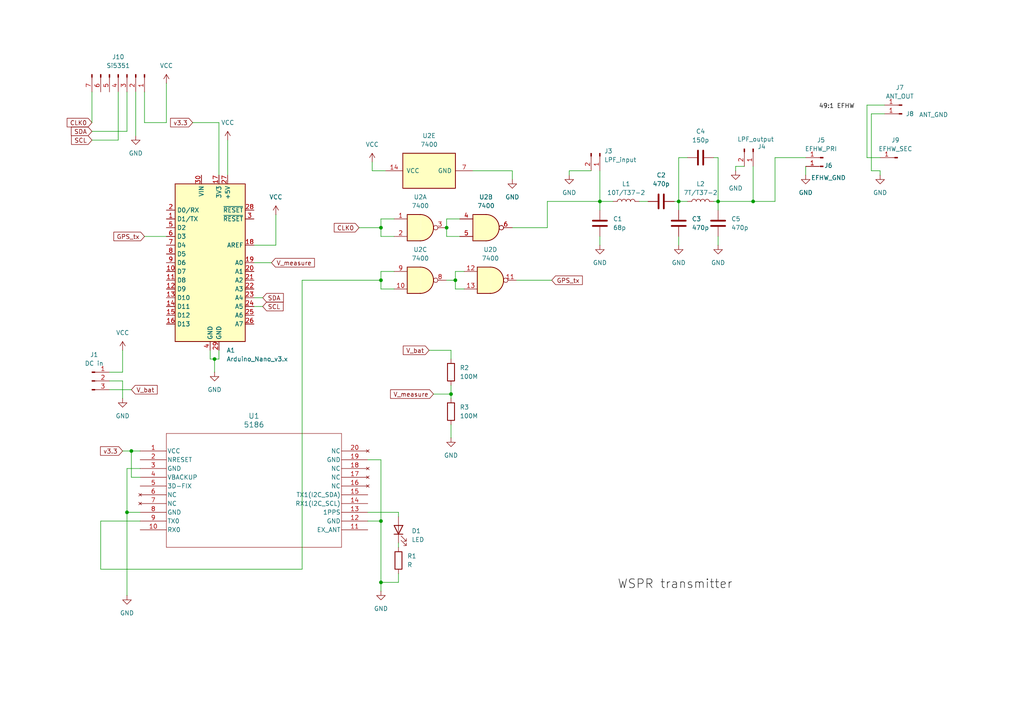
<source format=kicad_sch>
(kicad_sch (version 20231120) (generator "eeschema") (generator_version "8.0")
  (paper "A4")
  (title_block (title "WVU ARC HAB WSPR "))
  (lib_symbols
    (symbol "74xx:7400" (pin_names (offset 1.016))
      (property "Reference" "U" (at 0 1.27 0))
      (property "Value" "7400" (at 0 -1.27 0))
      (symbol "7400_1_1"
        (arc (start 0 -3.81) (mid 3.7934 0) (end 0 3.81) (stroke (width 0.254)) (fill (type background)))
        (polyline (pts (xy 0 3.81) (xy -3.81 3.81) (xy -3.81 -3.81) (xy 0 -3.81)) (stroke (width 0.254)) (fill (type background)))
        (pin input line (at -7.62 2.54 0) (length 3.81) (name "~") (number "1"))
        (pin input line (at -7.62 -2.54 0) (length 3.81) (name "~") (number "2"))
        (pin output inverted (at 7.62 0 180) (length 3.81) (name "~") (number "3"))
      )
      (symbol "7400_1_2"
        (arc (start -3.81 -3.81) (mid -2.589 0) (end -3.81 3.81) (stroke (width 0.254)))
        (arc (start -0.6096 -3.81) (mid 2.1842 -2.5851) (end 3.81 0) (stroke (width 0.254)) (fill (type background)))
        (polyline (pts (xy -3.81 -3.81) (xy -0.635 -3.81)) (stroke (width 0.254)) (fill (type background)))
        (polyline (pts (xy -3.81 3.81) (xy -0.635 3.81)) (stroke (width 0.254)) (fill (type background)))
        (polyline (pts (xy -0.635 3.81) (xy -3.81 3.81) (xy -3.81 3.81) (xy -3.556 3.4036) (xy -3.0226 2.2606) (xy -2.6924 1.0414) (xy -2.6162 -0.254) (xy -2.7686 -1.4986) (xy -3.175 -2.7178) (xy -3.81 -3.81) (xy -3.81 -3.81) (xy -0.635 -3.81)) (stroke (width -25.4)) (fill (type background)))
        (arc (start 3.81 0) (mid 2.1915 2.5936) (end -0.6096 3.81) (stroke (width 0.254)) (fill (type background)))
        (pin input inverted (at -7.62 2.54 0) (length 4.318) (name "~") (number "1"))
        (pin input inverted (at -7.62 -2.54 0) (length 4.318) (name "~") (number "2"))
        (pin output line (at 7.62 0 180) (length 3.81) (name "~") (number "3"))
      )
      (symbol "7400_2_1"
        (arc (start 0 -3.81) (mid 3.7934 0) (end 0 3.81) (stroke (width 0.254)) (fill (type background)))
        (polyline (pts (xy 0 3.81) (xy -3.81 3.81) (xy -3.81 -3.81) (xy 0 -3.81)) (stroke (width 0.254)) (fill (type background)))
        (pin input line (at -7.62 2.54 0) (length 3.81) (name "~") (number "4"))
        (pin input line (at -7.62 -2.54 0) (length 3.81) (name "~") (number "5"))
        (pin output inverted (at 7.62 0 180) (length 3.81) (name "~") (number "6"))
      )
      (symbol "7400_2_2"
        (arc (start -3.81 -3.81) (mid -2.589 0) (end -3.81 3.81) (stroke (width 0.254)))
        (arc (start -0.6096 -3.81) (mid 2.1842 -2.5851) (end 3.81 0) (stroke (width 0.254)) (fill (type background)))
        (polyline (pts (xy -3.81 -3.81) (xy -0.635 -3.81)) (stroke (width 0.254)) (fill (type background)))
        (polyline (pts (xy -3.81 3.81) (xy -0.635 3.81)) (stroke (width 0.254)) (fill (type background)))
        (polyline (pts (xy -0.635 3.81) (xy -3.81 3.81) (xy -3.81 3.81) (xy -3.556 3.4036) (xy -3.0226 2.2606) (xy -2.6924 1.0414) (xy -2.6162 -0.254) (xy -2.7686 -1.4986) (xy -3.175 -2.7178) (xy -3.81 -3.81) (xy -3.81 -3.81) (xy -0.635 -3.81)) (stroke (width -25.4)) (fill (type background)))
        (arc (start 3.81 0) (mid 2.1915 2.5936) (end -0.6096 3.81) (stroke (width 0.254)) (fill (type background)))
        (pin input inverted (at -7.62 2.54 0) (length 4.318) (name "~") (number "4"))
        (pin input inverted (at -7.62 -2.54 0) (length 4.318) (name "~") (number "5"))
        (pin output line (at 7.62 0 180) (length 3.81) (name "~") (number "6"))
      )
      (symbol "7400_3_1"
        (arc (start 0 -3.81) (mid 3.7934 0) (end 0 3.81) (stroke (width 0.254)) (fill (type background)))
        (polyline (pts (xy 0 3.81) (xy -3.81 3.81) (xy -3.81 -3.81) (xy 0 -3.81)) (stroke (width 0.254)) (fill (type background)))
        (pin input line (at -7.62 -2.54 0) (length 3.81) (name "~") (number "10"))
        (pin output inverted (at 7.62 0 180) (length 3.81) (name "~") (number "8"))
        (pin input line (at -7.62 2.54 0) (length 3.81) (name "~") (number "9"))
      )
      (symbol "7400_3_2"
        (arc (start -3.81 -3.81) (mid -2.589 0) (end -3.81 3.81) (stroke (width 0.254)))
        (arc (start -0.6096 -3.81) (mid 2.1842 -2.5851) (end 3.81 0) (stroke (width 0.254)) (fill (type background)))
        (polyline (pts (xy -3.81 -3.81) (xy -0.635 -3.81)) (stroke (width 0.254)) (fill (type background)))
        (polyline (pts (xy -3.81 3.81) (xy -0.635 3.81)) (stroke (width 0.254)) (fill (type background)))
        (polyline (pts (xy -0.635 3.81) (xy -3.81 3.81) (xy -3.81 3.81) (xy -3.556 3.4036) (xy -3.0226 2.2606) (xy -2.6924 1.0414) (xy -2.6162 -0.254) (xy -2.7686 -1.4986) (xy -3.175 -2.7178) (xy -3.81 -3.81) (xy -3.81 -3.81) (xy -0.635 -3.81)) (stroke (width -25.4)) (fill (type background)))
        (arc (start 3.81 0) (mid 2.1915 2.5936) (end -0.6096 3.81) (stroke (width 0.254)) (fill (type background)))
        (pin input inverted (at -7.62 -2.54 0) (length 4.318) (name "~") (number "10"))
        (pin output line (at 7.62 0 180) (length 3.81) (name "~") (number "8"))
        (pin input inverted (at -7.62 2.54 0) (length 4.318) (name "~") (number "9"))
      )
      (symbol "7400_4_1"
        (arc (start 0 -3.81) (mid 3.7934 0) (end 0 3.81) (stroke (width 0.254)) (fill (type background)))
        (polyline (pts (xy 0 3.81) (xy -3.81 3.81) (xy -3.81 -3.81) (xy 0 -3.81)) (stroke (width 0.254)) (fill (type background)))
        (pin output inverted (at 7.62 0 180) (length 3.81) (name "~") (number "11"))
        (pin input line (at -7.62 2.54 0) (length 3.81) (name "~") (number "12"))
        (pin input line (at -7.62 -2.54 0) (length 3.81) (name "~") (number "13"))
      )
      (symbol "7400_4_2"
        (arc (start -3.81 -3.81) (mid -2.589 0) (end -3.81 3.81) (stroke (width 0.254)))
        (arc (start -0.6096 -3.81) (mid 2.1842 -2.5851) (end 3.81 0) (stroke (width 0.254)) (fill (type background)))
        (polyline (pts (xy -3.81 -3.81) (xy -0.635 -3.81)) (stroke (width 0.254)) (fill (type background)))
        (polyline (pts (xy -3.81 3.81) (xy -0.635 3.81)) (stroke (width 0.254)) (fill (type background)))
        (polyline (pts (xy -0.635 3.81) (xy -3.81 3.81) (xy -3.81 3.81) (xy -3.556 3.4036) (xy -3.0226 2.2606) (xy -2.6924 1.0414) (xy -2.6162 -0.254) (xy -2.7686 -1.4986) (xy -3.175 -2.7178) (xy -3.81 -3.81) (xy -3.81 -3.81) (xy -0.635 -3.81)) (stroke (width -25.4)) (fill (type background)))
        (arc (start 3.81 0) (mid 2.1915 2.5936) (end -0.6096 3.81) (stroke (width 0.254)) (fill (type background)))
        (pin output line (at 7.62 0 180) (length 3.81) (name "~") (number "11"))
        (pin input inverted (at -7.62 2.54 0) (length 4.318) (name "~") (number "12"))
        (pin input inverted (at -7.62 -2.54 0) (length 4.318) (name "~") (number "13"))
      )
      (symbol "7400_5_0"
        (pin power_in line (at 0 12.7 270) (length 5.08) (name "VCC") (number "14"))
        (pin power_in line (at 0 -12.7 90) (length 5.08) (name "GND") (number "7"))
      )
      (symbol "7400_5_1"
        (rectangle (start -5.08 7.62) (end 5.08 -7.62) (stroke (width 0.254)) (fill (type background)))
      )
    )
    (symbol "Connector:Conn_01x01_Pin" (pin_names (offset 1.016) hide)
      (property "Reference" "J" (at 0 2.54 0))
      (property "Value" "Conn_01x01_Pin" (at 0 -2.54 0))
      (symbol "Conn_01x01_Pin_1_1"
        (polyline (pts (xy 1.27 0) (xy 0.8636 0)) (stroke (width 0.1524)))
        (rectangle (start 0.8636 0.127) (end 0 -0.127) (stroke (width 0.1524)) (fill (type outline)))
        (pin passive line (at 5.08 0 180) (length 3.81) (name "Pin_1") (number "1"))
      )
    )
    (symbol "Connector:Conn_01x02_Pin" (pin_names (offset 1.016) hide)
      (property "Reference" "J" (at 0 2.54 0))
      (property "Value" "Conn_01x02_Pin" (at 0 -5.08 0))
      (symbol "Conn_01x02_Pin_1_1"
        (polyline (pts (xy 1.27 -2.54) (xy 0.8636 -2.54)) (stroke (width 0.1524)))
        (polyline (pts (xy 1.27 0) (xy 0.8636 0)) (stroke (width 0.1524)))
        (rectangle (start 0.8636 -2.413) (end 0 -2.667) (stroke (width 0.1524)) (fill (type outline)))
        (rectangle (start 0.8636 0.127) (end 0 -0.127) (stroke (width 0.1524)) (fill (type outline)))
        (pin passive line (at 5.08 0 180) (length 3.81) (name "Pin_1") (number "1"))
        (pin passive line (at 5.08 -2.54 180) (length 3.81) (name "Pin_2") (number "2"))
      )
    )
    (symbol "Connector:Conn_01x03_Pin" (pin_names (offset 1.016) hide)
      (property "Reference" "J" (at 0 5.08 0))
      (property "Value" "Conn_01x03_Pin" (at 0 -5.08 0))
      (symbol "Conn_01x03_Pin_1_1"
        (polyline (pts (xy 1.27 -2.54) (xy 0.8636 -2.54)) (stroke (width 0.1524)))
        (polyline (pts (xy 1.27 0) (xy 0.8636 0)) (stroke (width 0.1524)))
        (polyline (pts (xy 1.27 2.54) (xy 0.8636 2.54)) (stroke (width 0.1524)))
        (rectangle (start 0.8636 -2.413) (end 0 -2.667) (stroke (width 0.1524)) (fill (type outline)))
        (rectangle (start 0.8636 0.127) (end 0 -0.127) (stroke (width 0.1524)) (fill (type outline)))
        (rectangle (start 0.8636 2.667) (end 0 2.413) (stroke (width 0.1524)) (fill (type outline)))
        (pin passive line (at 5.08 2.54 180) (length 3.81) (name "Pin_1") (number "1"))
        (pin passive line (at 5.08 0 180) (length 3.81) (name "Pin_2") (number "2"))
        (pin passive line (at 5.08 -2.54 180) (length 3.81) (name "Pin_3") (number "3"))
      )
    )
    (symbol "Connector:Conn_01x07_Pin" (pin_names (offset 1.016) hide)
      (property "Reference" "J" (at 0 10.16 0))
      (property "Value" "Conn_01x07_Pin" (at 0 -10.16 0))
      (symbol "Conn_01x07_Pin_1_1"
        (polyline (pts (xy 1.27 -7.62) (xy 0.8636 -7.62)) (stroke (width 0.1524)))
        (polyline (pts (xy 1.27 -5.08) (xy 0.8636 -5.08)) (stroke (width 0.1524)))
        (polyline (pts (xy 1.27 -2.54) (xy 0.8636 -2.54)) (stroke (width 0.1524)))
        (polyline (pts (xy 1.27 0) (xy 0.8636 0)) (stroke (width 0.1524)))
        (polyline (pts (xy 1.27 2.54) (xy 0.8636 2.54)) (stroke (width 0.1524)))
        (polyline (pts (xy 1.27 5.08) (xy 0.8636 5.08)) (stroke (width 0.1524)))
        (polyline (pts (xy 1.27 7.62) (xy 0.8636 7.62)) (stroke (width 0.1524)))
        (rectangle (start 0.8636 -7.493) (end 0 -7.747) (stroke (width 0.1524)) (fill (type outline)))
        (rectangle (start 0.8636 -4.953) (end 0 -5.207) (stroke (width 0.1524)) (fill (type outline)))
        (rectangle (start 0.8636 -2.413) (end 0 -2.667) (stroke (width 0.1524)) (fill (type outline)))
        (rectangle (start 0.8636 0.127) (end 0 -0.127) (stroke (width 0.1524)) (fill (type outline)))
        (rectangle (start 0.8636 2.667) (end 0 2.413) (stroke (width 0.1524)) (fill (type outline)))
        (rectangle (start 0.8636 5.207) (end 0 4.953) (stroke (width 0.1524)) (fill (type outline)))
        (rectangle (start 0.8636 7.747) (end 0 7.493) (stroke (width 0.1524)) (fill (type outline)))
        (pin passive line (at 5.08 7.62 180) (length 3.81) (name "Pin_1") (number "1"))
        (pin passive line (at 5.08 5.08 180) (length 3.81) (name "Pin_2") (number "2"))
        (pin passive line (at 5.08 2.54 180) (length 3.81) (name "Pin_3") (number "3"))
        (pin passive line (at 5.08 0 180) (length 3.81) (name "Pin_4") (number "4"))
        (pin passive line (at 5.08 -2.54 180) (length 3.81) (name "Pin_5") (number "5"))
        (pin passive line (at 5.08 -5.08 180) (length 3.81) (name "Pin_6") (number "6"))
        (pin passive line (at 5.08 -7.62 180) (length 3.81) (name "Pin_7") (number "7"))
      )
    )
    (symbol "Device:C" (pin_numbers hide) (pin_names (offset 0.254))
      (property "Reference" "C" (at 0.635 2.54 0))
      (property "Value" "C" (at 0.635 -2.54 0))
      (symbol "C_0_1"
        (polyline (pts (xy -2.032 -0.762) (xy 2.032 -0.762)) (stroke (width 0.508)))
        (polyline (pts (xy -2.032 0.762) (xy 2.032 0.762)) (stroke (width 0.508)))
      )
      (symbol "C_1_1"
        (pin passive line (at 0 3.81 270) (length 2.794) (name "~") (number "1"))
        (pin passive line (at 0 -3.81 90) (length 2.794) (name "~") (number "2"))
      )
    )
    (symbol "Device:L" (pin_numbers hide) (pin_names (offset 1.016) hide)
      (property "Reference" "L" (at -1.27 0 90))
      (property "Value" "L" (at 1.905 0 90))
      (symbol "L_0_1"
        (arc (start 0 -2.54) (mid 0.6323 -1.905) (end 0 -1.27))
        (arc (start 0 -1.27) (mid 0.6323 -0.635) (end 0 0))
        (arc (start 0 0) (mid 0.6323 0.635) (end 0 1.27))
        (arc (start 0 1.27) (mid 0.6323 1.905) (end 0 2.54))
      )
      (symbol "L_1_1"
        (pin passive line (at 0 3.81 270) (length 1.27) (name "1") (number "1"))
        (pin passive line (at 0 -3.81 90) (length 1.27) (name "2") (number "2"))
      )
    )
    (symbol "Device:LED" (pin_numbers hide) (pin_names (offset 1.016) hide)
      (property "Reference" "D" (at 0 2.54 0))
      (property "Value" "LED" (at 0 -2.54 0))
      (symbol "LED_0_1"
        (polyline (pts (xy -1.27 -1.27) (xy -1.27 1.27)) (stroke (width 0.254)))
        (polyline (pts (xy -1.27 0) (xy 1.27 0)))
        (polyline (pts (xy 1.27 -1.27) (xy 1.27 1.27) (xy -1.27 0) (xy 1.27 -1.27)) (stroke (width 0.254)))
        (polyline (pts (xy -3.048 -0.762) (xy -4.572 -2.286) (xy -3.81 -2.286) (xy -4.572 -2.286) (xy -4.572 -1.524)))
        (polyline (pts (xy -1.778 -0.762) (xy -3.302 -2.286) (xy -2.54 -2.286) (xy -3.302 -2.286) (xy -3.302 -1.524)))
      )
      (symbol "LED_1_1"
        (pin passive line (at -3.81 0 0) (length 2.54) (name "K") (number "1"))
        (pin passive line (at 3.81 0 180) (length 2.54) (name "A") (number "2"))
      )
    )
    (symbol "Device:R" (pin_numbers hide) (pin_names (offset 0))
      (property "Reference" "R" (at 2.032 0 90))
      (property "Value" "R" (at 0 0 90))
      (symbol "R_0_1"
        (rectangle (start -1.016 -2.54) (end 1.016 2.54) (stroke (width 0.254)))
      )
      (symbol "R_1_1"
        (pin passive line (at 0 3.81 270) (length 1.27) (name "~") (number "1"))
        (pin passive line (at 0 -3.81 90) (length 1.27) (name "~") (number "2"))
      )
    )
    (symbol "GPS_module:5186" (pin_names (offset 0.254))
      (property "Reference" "U" (at 33.02 10.16 0))
      (property "Value" "5186" (at 33.02 7.62 0))
      (symbol "5186_0_1"
        (polyline (pts (xy 7.62 -27.94) (xy 58.42 -27.94)) (stroke (width 0.127)))
        (polyline (pts (xy 7.62 5.08) (xy 7.62 -27.94)) (stroke (width 0.127)))
        (polyline (pts (xy 58.42 -27.94) (xy 58.42 5.08)) (stroke (width 0.127)))
        (polyline (pts (xy 58.42 5.08) (xy 7.62 5.08)) (stroke (width 0.127)))
        (pin power_in line (at 0 0 0) (length 7.62) (name "VCC") (number "1"))
        (pin input line (at 0 -22.86 0) (length 7.62) (name "RX0") (number "10"))
        (pin input line (at 66.04 -22.86 180) (length 7.62) (name "EX_ANT") (number "11"))
        (pin power_out line (at 66.04 -20.32 180) (length 7.62) (name "GND") (number "12"))
        (pin output line (at 66.04 -17.78 180) (length 7.62) (name "1PPS") (number "13"))
        (pin input line (at 66.04 -15.24 180) (length 7.62) (name "RX1(I2C_SCL)") (number "14"))
        (pin output line (at 66.04 -12.7 180) (length 7.62) (name "TX1(I2C_SDA)") (number "15"))
        (pin no_connect line (at 66.04 -10.16 180) (length 7.62) (name "NC") (number "16"))
        (pin no_connect line (at 66.04 -7.62 180) (length 7.62) (name "NC") (number "17"))
        (pin no_connect line (at 66.04 -5.08 180) (length 7.62) (name "NC") (number "18"))
        (pin power_out line (at 66.04 -2.54 180) (length 7.62) (name "GND") (number "19"))
        (pin input line (at 0 -2.54 0) (length 7.62) (name "NRESET") (number "2"))
        (pin no_connect line (at 66.04 0 180) (length 7.62) (name "NC") (number "20"))
        (pin power_out line (at 0 -5.08 0) (length 7.62) (name "GND") (number "3"))
        (pin power_in line (at 0 -7.62 0) (length 7.62) (name "VBACKUP") (number "4"))
        (pin output line (at 0 -10.16 0) (length 7.62) (name "3D-FIX") (number "5"))
        (pin no_connect line (at 0 -12.7 0) (length 7.62) (name "NC") (number "6"))
        (pin no_connect line (at 0 -15.24 0) (length 7.62) (name "NC") (number "7"))
        (pin power_out line (at 0 -17.78 0) (length 7.62) (name "GND") (number "8"))
        (pin output line (at 0 -20.32 0) (length 7.62) (name "TX0") (number "9"))
      )
    )
    (symbol "MCU_Module:Arduino_Nano_v3.x"
      (property "Reference" "A" (at -10.16 23.495 0))
      (property "Value" "Arduino_Nano_v3.x" (at 5.08 -24.13 0))
      (symbol "Arduino_Nano_v3.x_0_1"
        (rectangle (start -10.16 22.86) (end 10.16 -22.86) (stroke (width 0.254)) (fill (type background)))
      )
      (symbol "Arduino_Nano_v3.x_1_1"
        (pin bidirectional line (at -12.7 12.7 0) (length 2.54) (name "D1/TX") (number "1"))
        (pin bidirectional line (at -12.7 -2.54 0) (length 2.54) (name "D7") (number "10"))
        (pin bidirectional line (at -12.7 -5.08 0) (length 2.54) (name "D8") (number "11"))
        (pin bidirectional line (at -12.7 -7.62 0) (length 2.54) (name "D9") (number "12"))
        (pin bidirectional line (at -12.7 -10.16 0) (length 2.54) (name "D10") (number "13"))
        (pin bidirectional line (at -12.7 -12.7 0) (length 2.54) (name "D11") (number "14"))
        (pin bidirectional line (at -12.7 -15.24 0) (length 2.54) (name "D12") (number "15"))
        (pin bidirectional line (at -12.7 -17.78 0) (length 2.54) (name "D13") (number "16"))
        (pin power_out line (at 2.54 25.4 270) (length 2.54) (name "3V3") (number "17"))
        (pin input line (at 12.7 5.08 180) (length 2.54) (name "AREF") (number "18"))
        (pin bidirectional line (at 12.7 0 180) (length 2.54) (name "A0") (number "19"))
        (pin bidirectional line (at -12.7 15.24 0) (length 2.54) (name "D0/RX") (number "2"))
        (pin bidirectional line (at 12.7 -2.54 180) (length 2.54) (name "A1") (number "20"))
        (pin bidirectional line (at 12.7 -5.08 180) (length 2.54) (name "A2") (number "21"))
        (pin bidirectional line (at 12.7 -7.62 180) (length 2.54) (name "A3") (number "22"))
        (pin bidirectional line (at 12.7 -10.16 180) (length 2.54) (name "A4") (number "23"))
        (pin bidirectional line (at 12.7 -12.7 180) (length 2.54) (name "A5") (number "24"))
        (pin bidirectional line (at 12.7 -15.24 180) (length 2.54) (name "A6") (number "25"))
        (pin bidirectional line (at 12.7 -17.78 180) (length 2.54) (name "A7") (number "26"))
        (pin power_out line (at 5.08 25.4 270) (length 2.54) (name "+5V") (number "27"))
        (pin input line (at 12.7 15.24 180) (length 2.54) (name "~{RESET}") (number "28"))
        (pin power_in line (at 2.54 -25.4 90) (length 2.54) (name "GND") (number "29"))
        (pin input line (at 12.7 12.7 180) (length 2.54) (name "~{RESET}") (number "3"))
        (pin power_in line (at -2.54 25.4 270) (length 2.54) (name "VIN") (number "30"))
        (pin power_in line (at 0 -25.4 90) (length 2.54) (name "GND") (number "4"))
        (pin bidirectional line (at -12.7 10.16 0) (length 2.54) (name "D2") (number "5"))
        (pin bidirectional line (at -12.7 7.62 0) (length 2.54) (name "D3") (number "6"))
        (pin bidirectional line (at -12.7 5.08 0) (length 2.54) (name "D4") (number "7"))
        (pin bidirectional line (at -12.7 2.54 0) (length 2.54) (name "D5") (number "8"))
        (pin bidirectional line (at -12.7 0 0) (length 2.54) (name "D6") (number "9"))
      )
    )
    (symbol "power:GND" (power) (pin_numbers hide) (pin_names (offset 0) hide)
      (property "Value" "GND" (at 0 -3.81 0))
      (symbol "GND_0_1"
        (polyline (pts (xy 0 0) (xy 0 -1.27) (xy 1.27 -1.27) (xy 0 -2.54) (xy -1.27 -1.27) (xy 0 -1.27)))
      )
      (symbol "GND_1_1"
        (pin power_in line (at 0 0 270) (length 0) (name "~") (number "1"))
      )
    )
    (symbol "power:VCC" (power) (pin_numbers hide) (pin_names (offset 0) hide)
      (property "Value" "VCC" (at 0 3.556 0))
      (symbol "VCC_0_1"
        (polyline (pts (xy -0.762 1.27) (xy 0 2.54)))
        (polyline (pts (xy 0 0) (xy 0 2.54)))
        (polyline (pts (xy 0 2.54) (xy 0.762 1.27)))
      )
      (symbol "VCC_1_1"
        (pin power_in line (at 0 0 90) (length 0) (name "~") (number "1"))
      )
    )
  )
  (junction (at 38.1 130.81))
  (junction (at 110.49 81.28))
  (junction (at 110.49 151.13))
  (junction (at 218.44 58.42))
  (junction (at 110.49 66.04))
  (junction (at 36.83 148.59))
  (junction (at 132.08 81.28))
  (junction (at 110.49 168.91))
  (junction (at 130.81 114.3))
  (junction (at 173.99 58.42))
  (junction (at 129.54 66.04))
  (junction (at 208.28 58.42))
  (junction (at 196.85 58.42))
  (junction (at 62.23 104.14))
  (wire (pts (xy 130.81 123.19) (xy 130.81 127)))
  (wire (pts (xy 208.28 45.72) (xy 208.28 58.42)))
  (wire (pts (xy 36.83 148.59) (xy 40.64 148.59)))
  (wire (pts (xy 31.75 110.49) (xy 35.56 110.49)))
  (wire (pts (xy 40.64 138.43) (xy 38.1 138.43)))
  (wire (pts (xy 73.66 86.36) (xy 76.2 86.36)))
  (wire (pts (xy 39.37 26.67) (xy 39.37 39.37)))
  (wire (pts (xy 73.66 76.2) (xy 78.74 76.2)))
  (wire (pts (xy 207.01 45.72) (xy 208.28 45.72)))
  (wire (pts (xy 185.42 58.42) (xy 187.96 58.42)))
  (wire (pts (xy 125.73 114.3) (xy 130.81 114.3)))
  (wire (pts (xy 218.44 58.42) (xy 208.28 58.42)))
  (wire (pts (xy 60.96 104.14) (xy 62.23 104.14)))
  (wire (pts (xy 130.81 111.76) (xy 130.81 114.3)))
  (wire (pts (xy 218.44 58.42) (xy 224.79 58.42)))
  (wire (pts (xy 196.85 45.72) (xy 196.85 58.42)))
  (wire (pts (xy 177.8 58.42) (xy 173.99 58.42)))
  (wire (pts (xy 38.1 130.81) (xy 40.64 130.81)))
  (wire (pts (xy 132.08 78.74) (xy 132.08 81.28)))
  (wire (pts (xy 233.68 48.26) (xy 233.68 50.8)))
  (wire (pts (xy 196.85 58.42) (xy 196.85 60.96)))
  (wire (pts (xy 124.46 101.6) (xy 130.81 101.6)))
  (wire (pts (xy 110.49 78.74) (xy 110.49 81.28)))
  (wire (pts (xy 129.54 81.28) (xy 132.08 81.28)))
  (wire (pts (xy 110.49 68.58) (xy 114.3 68.58)))
  (wire (pts (xy 111.76 49.53) (xy 107.95 49.53)))
  (wire (pts (xy 130.81 114.3) (xy 130.81 115.57)))
  (wire (pts (xy 165.1 49.53) (xy 165.1 50.8)))
  (wire (pts (xy 114.3 63.5) (xy 110.49 63.5)))
  (wire (pts (xy 110.49 133.35) (xy 110.49 151.13)))
  (wire (pts (xy 62.23 104.14) (xy 63.5 104.14)))
  (wire (pts (xy 55.88 35.56) (xy 63.5 35.56)))
  (wire (pts (xy 224.79 45.72) (xy 224.79 58.42)))
  (wire (pts (xy 173.99 58.42) (xy 173.99 60.96)))
  (wire (pts (xy 80.01 71.12) (xy 80.01 62.23)))
  (wire (pts (xy 26.67 38.1) (xy 36.83 38.1)))
  (wire (pts (xy 106.68 133.35) (xy 110.49 133.35)))
  (wire (pts (xy 148.59 66.04) (xy 158.75 66.04)))
  (wire (pts (xy 208.28 68.58) (xy 208.28 71.12)))
  (wire (pts (xy 34.29 40.64) (xy 26.67 40.64)))
  (wire (pts (xy 63.5 50.8) (xy 63.5 35.56)))
  (wire (pts (xy 48.26 24.13) (xy 48.26 35.56)))
  (wire (pts (xy 215.9 48.26) (xy 213.36 48.26)))
  (wire (pts (xy 129.54 68.58) (xy 129.54 66.04)))
  (wire (pts (xy 130.81 101.6) (xy 130.81 104.14)))
  (wire (pts (xy 110.49 66.04) (xy 110.49 68.58)))
  (wire (pts (xy 158.75 66.04) (xy 158.75 58.42)))
  (wire (pts (xy 148.59 49.53) (xy 148.59 52.07)))
  (wire (pts (xy 35.56 130.81) (xy 38.1 130.81)))
  (wire (pts (xy 36.83 26.67) (xy 36.83 38.1)))
  (wire (pts (xy 252.73 33.02) (xy 252.73 49.53)))
  (wire (pts (xy 29.21 165.1) (xy 87.63 165.1)))
  (wire (pts (xy 115.57 148.59) (xy 106.68 148.59)))
  (wire (pts (xy 110.49 63.5) (xy 110.49 66.04)))
  (wire (pts (xy 251.46 30.48) (xy 251.46 45.72)))
  (wire (pts (xy 48.26 68.58) (xy 41.91 68.58)))
  (wire (pts (xy 40.64 151.13) (xy 29.21 151.13)))
  (wire (pts (xy 29.21 151.13) (xy 29.21 165.1)))
  (wire (pts (xy 106.68 151.13) (xy 110.49 151.13)))
  (wire (pts (xy 158.75 58.42) (xy 173.99 58.42)))
  (wire (pts (xy 26.67 26.67) (xy 26.67 35.56)))
  (wire (pts (xy 133.35 68.58) (xy 129.54 68.58)))
  (wire (pts (xy 115.57 157.48) (xy 115.57 158.75)))
  (wire (pts (xy 251.46 45.72) (xy 255.27 45.72)))
  (wire (pts (xy 195.58 58.42) (xy 196.85 58.42)))
  (wire (pts (xy 137.16 49.53) (xy 148.59 49.53)))
  (wire (pts (xy 110.49 83.82) (xy 114.3 83.82)))
  (wire (pts (xy 110.49 168.91) (xy 110.49 171.45)))
  (wire (pts (xy 66.04 40.64) (xy 66.04 50.8)))
  (wire (pts (xy 133.35 63.5) (xy 129.54 63.5)))
  (wire (pts (xy 87.63 165.1) (xy 87.63 81.28)))
  (wire (pts (xy 171.45 49.53) (xy 165.1 49.53)))
  (wire (pts (xy 73.66 71.12) (xy 80.01 71.12)))
  (wire (pts (xy 252.73 49.53) (xy 255.27 49.53)))
  (wire (pts (xy 173.99 68.58) (xy 173.99 71.12)))
  (wire (pts (xy 63.5 104.14) (xy 63.5 101.6)))
  (wire (pts (xy 31.75 107.95) (xy 35.56 107.95)))
  (wire (pts (xy 35.56 107.95) (xy 35.56 101.6)))
  (wire (pts (xy 196.85 68.58) (xy 196.85 71.12)))
  (wire (pts (xy 110.49 81.28) (xy 110.49 83.82)))
  (wire (pts (xy 256.54 33.02) (xy 252.73 33.02)))
  (wire (pts (xy 110.49 151.13) (xy 110.49 168.91)))
  (wire (pts (xy 129.54 63.5) (xy 129.54 66.04)))
  (wire (pts (xy 208.28 58.42) (xy 208.28 60.96)))
  (wire (pts (xy 60.96 101.6) (xy 60.96 104.14)))
  (wire (pts (xy 233.68 45.72) (xy 224.79 45.72)))
  (wire (pts (xy 218.44 48.26) (xy 218.44 58.42)))
  (wire (pts (xy 199.39 45.72) (xy 196.85 45.72)))
  (wire (pts (xy 36.83 135.89) (xy 36.83 148.59)))
  (wire (pts (xy 41.91 35.56) (xy 48.26 35.56)))
  (wire (pts (xy 38.1 138.43) (xy 38.1 130.81)))
  (wire (pts (xy 35.56 110.49) (xy 35.56 115.57)))
  (wire (pts (xy 34.29 26.67) (xy 34.29 40.64)))
  (wire (pts (xy 173.99 49.53) (xy 173.99 58.42)))
  (wire (pts (xy 132.08 83.82) (xy 134.62 83.82)))
  (wire (pts (xy 149.86 81.28) (xy 160.02 81.28)))
  (wire (pts (xy 251.46 30.48) (xy 256.54 30.48)))
  (wire (pts (xy 40.64 135.89) (xy 36.83 135.89)))
  (wire (pts (xy 31.75 113.03) (xy 38.1 113.03)))
  (wire (pts (xy 207.01 58.42) (xy 208.28 58.42)))
  (wire (pts (xy 255.27 49.53) (xy 255.27 50.8)))
  (wire (pts (xy 196.85 58.42) (xy 199.39 58.42)))
  (wire (pts (xy 62.23 104.14) (xy 62.23 107.95)))
  (wire (pts (xy 114.3 78.74) (xy 110.49 78.74)))
  (wire (pts (xy 213.36 48.26) (xy 213.36 49.53)))
  (wire (pts (xy 115.57 166.37) (xy 115.57 168.91)))
  (wire (pts (xy 132.08 81.28) (xy 132.08 83.82)))
  (wire (pts (xy 104.14 66.04) (xy 110.49 66.04)))
  (wire (pts (xy 107.95 49.53) (xy 107.95 46.99)))
  (wire (pts (xy 41.91 26.67) (xy 41.91 35.56)))
  (wire (pts (xy 110.49 168.91) (xy 115.57 168.91)))
  (wire (pts (xy 36.83 148.59) (xy 36.83 172.72)))
  (wire (pts (xy 115.57 149.86) (xy 115.57 148.59)))
  (wire (pts (xy 134.62 78.74) (xy 132.08 78.74)))
  (wire (pts (xy 87.63 81.28) (xy 110.49 81.28)))
  (wire (pts (xy 73.66 88.9) (xy 76.2 88.9)))
  (label "49:1 EFHW" (at 237.49 31.75 0))
  (label "WSPR transmitter" (at 179.07 171.45 0) (effects (font (size 2.54 2.54))))
  (global_label "V_measure" (shape input) (at 125.73 114.3 180) (property "Intersheetrefs" "${INTERSHEET_REFS}" (effects (hide yes))))
  (global_label "v3.3" (shape input) (at 55.88 35.56 180) (property "Intersheetrefs" "${INTERSHEET_REFS}" (effects (hide yes))))
  (global_label "GPS_tx" (shape input) (at 160.02 81.28 0) (property "Intersheetrefs" "${INTERSHEET_REFS}" (effects (hide yes))))
  (global_label "SDA" (shape input) (at 76.2 86.36 0) (property "Intersheetrefs" "${INTERSHEET_REFS}" (effects (hide yes))))
  (global_label "V_measure" (shape input) (at 78.74 76.2 0) (property "Intersheetrefs" "${INTERSHEET_REFS}" (effects (hide yes))))
  (global_label "SCL" (shape input) (at 76.2 88.9 0) (property "Intersheetrefs" "${INTERSHEET_REFS}" (effects (hide yes))))
  (global_label "CLK0" (shape input) (at 26.67 35.56 180) (property "Intersheetrefs" "${INTERSHEET_REFS}" (effects (hide yes))))
  (global_label "CLK0" (shape input) (at 104.14 66.04 180) (property "Intersheetrefs" "${INTERSHEET_REFS}" (effects (hide yes))))
  (global_label "SCL" (shape input) (at 26.67 40.64 180) (property "Intersheetrefs" "${INTERSHEET_REFS}" (effects (hide yes))))
  (global_label "SDA" (shape input) (at 26.67 38.1 180) (property "Intersheetrefs" "${INTERSHEET_REFS}" (effects (hide yes))))
  (global_label "GPS_tx" (shape input) (at 41.91 68.58 180) (property "Intersheetrefs" "${INTERSHEET_REFS}" (effects (hide yes))))
  (global_label "V_bat" (shape input) (at 38.1 113.03 0) (property "Intersheetrefs" "${INTERSHEET_REFS}" (effects (hide yes))))
  (global_label "v3.3" (shape input) (at 35.56 130.81 180) (property "Intersheetrefs" "${INTERSHEET_REFS}" (effects (hide yes))))
  (global_label "V_bat" (shape input) (at 124.46 101.6 180) (property "Intersheetrefs" "${INTERSHEET_REFS}" (effects (hide yes))))
  (symbol (lib_id "power:GND") (at 130.81 127 0) (unit 1)
    (property "Reference" "#PWR011" (effects (hide yes)))
    (property "Value" "GND" (at 130.81 132.08 0))
    (property "Description" "Power symbol creates a global label with name \"GND\" , ground" (effects (hide yes)))
  )
  (symbol (lib_id "Device:C") (at 196.85 64.77 0) (unit 1)
    (property "Reference" "C3" (at 200.66 63.4999 0) (effects (justify left)))
    (property "Value" "470p" (at 200.66 66.0399 0) (effects (justify left)))
    (property "Footprint" "Capacitor_THT:C_Axial_L3.8mm_D2.6mm_P7.50mm_Horizontal" (effects (hide yes)))
    (property "Description" "Unpolarized capacitor" (effects (hide yes)))
  )
  (symbol (lib_id "74xx:7400") (at 121.92 81.28 0) (unit 3)
    (property "Reference" "U2" (at 121.9117 72.39 0))
    (property "Value" "7400" (at 121.9117 74.93 0))
    (property "Footprint" "Package_DIP:DIP-14_W7.62mm_Socket" (effects (hide yes)))
    (property "Datasheet" "http://www.ti.com/lit/gpn/sn7400" (effects (hide yes)))
    (property "Description" "quad 2-input NAND gate" (effects (hide yes)))
  )
  (symbol (lib_id "power:GND") (at 173.99 71.12 0) (unit 1)
    (property "Reference" "#PWR014" (effects (hide yes)))
    (property "Value" "GND" (at 173.99 76.2 0))
    (property "Description" "Power symbol creates a global label with name \"GND\" , ground" (effects (hide yes)))
  )
  (symbol (lib_id "74xx:7400") (at 121.92 66.04 0) (unit 1)
    (property "Reference" "U2" (at 121.9117 57.15 0))
    (property "Value" "7400" (at 121.9117 59.69 0))
    (property "Footprint" "Package_DIP:DIP-14_W7.62mm_Socket" (effects (hide yes)))
    (property "Datasheet" "http://www.ti.com/lit/gpn/sn7400" (effects (hide yes)))
    (property "Description" "quad 2-input NAND gate" (effects (hide yes)))
  )
  (symbol (lib_id "Connector:Conn_01x01_Pin") (at 261.62 30.48 180) (unit 1)
    (property "Reference" "J7" (at 260.985 25.4 0))
    (property "Value" "ANT_OUT" (at 260.985 27.94 0))
    (property "Footprint" "Connector_PinSocket_2.54mm:PinSocket_1x01_P2.54mm_Vertical" (effects (hide yes)))
    (property "Description" "Generic connector, single row, 01x01, script generated" (effects (hide yes)))
  )
  (symbol (lib_id "power:GND") (at 36.83 172.72 0) (unit 1)
    (property "Reference" "#PWR03" (effects (hide yes)))
    (property "Value" "GND" (at 36.83 177.8 0))
    (property "Description" "Power symbol creates a global label with name \"GND\" , ground" (effects (hide yes)))
  )
  (symbol (lib_id "Device:C") (at 173.99 64.77 0) (unit 1)
    (property "Reference" "C1" (at 177.8 63.4999 0) (effects (justify left)))
    (property "Value" "68p" (at 177.8 66.0399 0) (effects (justify left)))
    (property "Footprint" "Capacitor_THT:C_Axial_L3.8mm_D2.6mm_P7.50mm_Horizontal" (effects (hide yes)))
    (property "Description" "Unpolarized capacitor" (effects (hide yes)))
  )
  (symbol (lib_id "power:GND") (at 233.68 50.8 0) (unit 1)
    (property "Reference" "#PWR018" (effects (hide yes)))
    (property "Value" "GND" (at 233.68 55.88 0))
    (property "Description" "Power symbol creates a global label with name \"GND\" , ground" (effects (hide yes)))
  )
  (symbol (lib_id "power:VCC") (at 107.95 46.99 0) (unit 1)
    (property "Reference" "#PWR09" (effects (hide yes)))
    (property "Value" "VCC" (at 107.95 41.91 0))
    (property "Description" "Power symbol creates a global label with name \"VCC\"" (effects (hide yes)))
  )
  (symbol (lib_id "power:GND") (at 148.59 52.07 0) (unit 1)
    (property "Reference" "#PWR012" (effects (hide yes)))
    (property "Value" "GND" (at 148.59 57.15 0))
    (property "Description" "Power symbol creates a global label with name \"GND\" , ground" (effects (hide yes)))
  )
  (symbol (lib_id "Connector:Conn_01x01_Pin") (at 260.35 45.72 180) (unit 1)
    (property "Reference" "J9" (at 259.715 40.64 0))
    (property "Value" "EFHW_SEC" (at 259.715 43.18 0))
    (property "Footprint" "Connector_PinSocket_2.54mm:PinSocket_1x01_P2.54mm_Vertical" (effects (hide yes)))
    (property "Description" "Generic connector, single row, 01x01, script generated" (effects (hide yes)))
  )
  (symbol (lib_id "power:GND") (at 62.23 107.95 0) (unit 1)
    (property "Reference" "#PWR06" (effects (hide yes)))
    (property "Value" "GND" (at 62.23 113.03 0))
    (property "Description" "Power symbol creates a global label with name \"GND\" , ground" (effects (hide yes)))
  )
  (symbol (lib_id "Device:C") (at 203.2 45.72 90) (unit 1)
    (property "Reference" "C4" (at 203.2 38.1 90))
    (property "Value" "150p" (at 203.2 40.64 90))
    (property "Footprint" "Capacitor_THT:C_Axial_L3.8mm_D2.6mm_P7.50mm_Horizontal" (effects (hide yes)))
    (property "Description" "Unpolarized capacitor" (effects (hide yes)))
  )
  (symbol (lib_id "power:GND") (at 208.28 71.12 0) (unit 1)
    (property "Reference" "#PWR016" (effects (hide yes)))
    (property "Value" "GND" (at 208.28 76.2 0))
    (property "Description" "Power symbol creates a global label with name \"GND\" , ground" (effects (hide yes)))
  )
  (symbol (lib_id "MCU_Module:Arduino_Nano_v3.x") (at 60.96 76.2 0) (unit 1)
    (property "Reference" "A1" (at 65.6941 101.6 0) (effects (justify left)))
    (property "Value" "Arduino_Nano_v3.x" (at 65.6941 104.14 0) (effects (justify left)))
    (property "Footprint" "Module:Arduino_Nano" (effects (hide yes)))
    (property "Datasheet" "http://www.mouser.com/pdfdocs/Gravitech_Arduino_Nano3_0.pdf" (effects (hide yes)))
    (property "Description" "Arduino Nano v3.x" (effects (hide yes)))
  )
  (symbol (lib_id "Device:L") (at 181.61 58.42 90) (unit 1)
    (property "Reference" "L1" (at 181.61 53.34 90))
    (property "Value" "10T/T37-2" (at 181.61 55.88 90))
    (property "Footprint" "Inductor_THT:L_Toroid_Vertical_L10.0mm_W5.0mm_P5.08mm" (effects (hide yes)))
    (property "Description" "Inductor" (effects (hide yes)))
  )
  (symbol (lib_id "power:VCC") (at 48.26 24.13 0) (unit 1)
    (property "Reference" "#PWR05" (effects (hide yes)))
    (property "Value" "VCC" (at 48.26 19.05 0))
    (property "Description" "Power symbol creates a global label with name \"VCC\"" (effects (hide yes)))
  )
  (symbol (lib_id "Connector:Conn_01x07_Pin") (at 34.29 21.59 270) (unit 1)
    (property "Reference" "J10" (at 34.29 16.51 90))
    (property "Value" "Si5351" (at 34.29 19.05 90))
    (property "Footprint" "Connector_PinHeader_2.54mm:PinHeader_1x07_P2.54mm_Vertical" (effects (hide yes)))
    (property "Description" "Generic connector, single row, 01x07, script generated" (effects (hide yes)))
  )
  (symbol (lib_id "Device:R") (at 130.81 107.95 0) (unit 1)
    (property "Reference" "R2" (at 133.35 106.6799 0) (effects (justify left)))
    (property "Value" "100M" (at 133.35 109.2199 0) (effects (justify left)))
    (property "Footprint" "Resistor_THT:R_Axial_DIN0204_L3.6mm_D1.6mm_P7.62mm_Horizontal" (effects (hide yes)))
    (property "Description" "Resistor" (effects (hide yes)))
  )
  (symbol (lib_id "74xx:7400") (at 140.97 66.04 0) (unit 2)
    (property "Reference" "U2" (at 140.9617 57.15 0))
    (property "Value" "7400" (at 140.9617 59.69 0))
    (property "Footprint" "Package_DIP:DIP-14_W7.62mm_Socket" (effects (hide yes)))
    (property "Datasheet" "http://www.ti.com/lit/gpn/sn7400" (effects (hide yes)))
    (property "Description" "quad 2-input NAND gate" (effects (hide yes)))
  )
  (symbol (lib_id "power:GND") (at 39.37 39.37 0) (unit 1)
    (property "Reference" "#PWR04" (effects (hide yes)))
    (property "Value" "GND" (at 39.37 44.45 0))
    (property "Description" "Power symbol creates a global label with name \"GND\" , ground" (effects (hide yes)))
  )
  (symbol (lib_id "power:GND") (at 196.85 71.12 0) (unit 1)
    (property "Reference" "#PWR015" (effects (hide yes)))
    (property "Value" "GND" (at 196.85 76.2 0))
    (property "Description" "Power symbol creates a global label with name \"GND\" , ground" (effects (hide yes)))
  )
  (symbol (lib_id "Connector:Conn_01x02_Pin") (at 218.44 43.18 270) (unit 1)
    (property "Reference" "J4" (at 219.71 42.5449 90) (effects (justify left)))
    (property "Value" "LPF_output" (at 213.868 40.386 90) (effects (justify left)))
    (property "Footprint" "Connector_PinHeader_2.54mm:PinHeader_1x02_P2.54mm_Vertical" (effects (hide yes)))
    (property "Description" "Generic connector, single row, 01x02, script generated" (effects (hide yes)))
  )
  (symbol (lib_id "Connector:Conn_01x01_Pin") (at 238.76 48.26 180) (unit 1)
    (property "Reference" "J6" (at 240.284 48.006 0))
    (property "Value" "EFHW_GND" (at 240.284 51.562 0))
    (property "Footprint" "Connector_PinSocket_2.54mm:PinSocket_1x01_P2.54mm_Vertical" (effects (hide yes)))
    (property "Description" "Generic connector, single row, 01x01, script generated" (effects (hide yes)))
  )
  (symbol (lib_id "power:VCC") (at 35.56 101.6 0) (unit 1)
    (property "Reference" "#PWR01" (effects (hide yes)))
    (property "Value" "VCC" (at 35.56 96.52 0))
    (property "Description" "Power symbol creates a global label with name \"VCC\"" (effects (hide yes)))
  )
  (symbol (lib_id "74xx:7400") (at 124.46 49.53 90) (unit 5)
    (property "Reference" "U2" (at 124.46 39.37 90))
    (property "Value" "7400" (at 124.46 41.91 90))
    (property "Footprint" "Package_DIP:DIP-14_W7.62mm_Socket" (effects (hide yes)))
    (property "Datasheet" "http://www.ti.com/lit/gpn/sn7400" (effects (hide yes)))
    (property "Description" "quad 2-input NAND gate" (effects (hide yes)))
  )
  (symbol (lib_id "Connector:Conn_01x03_Pin") (at 26.67 110.49 0) (unit 1)
    (property "Reference" "J1" (at 27.305 102.87 0))
    (property "Value" "DC in" (at 27.305 105.41 0))
    (property "Footprint" "Connector_PinHeader_2.54mm:PinHeader_1x03_P2.54mm_Vertical" (effects (hide yes)))
    (property "Description" "Generic connector, single row, 01x03, script generated" (effects (hide yes)))
  )
  (symbol (lib_id "Device:R") (at 130.81 119.38 0) (unit 1)
    (property "Reference" "R3" (at 133.35 118.1099 0) (effects (justify left)))
    (property "Value" "100M" (at 133.35 120.6499 0) (effects (justify left)))
    (property "Footprint" "Resistor_THT:R_Axial_DIN0204_L3.6mm_D1.6mm_P7.62mm_Horizontal" (effects (hide yes)))
    (property "Description" "Resistor" (effects (hide yes)))
  )
  (symbol (lib_id "Connector:Conn_01x01_Pin") (at 261.62 33.02 180) (unit 1)
    (property "Reference" "J8" (at 263.906 33.02 0))
    (property "Value" "ANT_GND" (at 270.764 33.274 0))
    (property "Footprint" "Connector_PinSocket_2.54mm:PinSocket_1x01_P2.54mm_Vertical" (effects (hide yes)))
    (property "Description" "Generic connector, single row, 01x01, script generated" (effects (hide yes)))
  )
  (symbol (lib_id "Device:C") (at 191.77 58.42 90) (unit 1)
    (property "Reference" "C2" (at 191.77 50.8 90))
    (property "Value" "470p" (at 191.77 53.34 90))
    (property "Footprint" "Capacitor_THT:C_Axial_L3.8mm_D2.6mm_P7.50mm_Horizontal" (effects (hide yes)))
    (property "Description" "Unpolarized capacitor" (effects (hide yes)))
  )
  (symbol (lib_id "power:GND") (at 165.1 50.8 0) (unit 1)
    (property "Reference" "#PWR013" (effects (hide yes)))
    (property "Value" "GND" (at 165.1 55.88 0))
    (property "Description" "Power symbol creates a global label with name \"GND\" , ground" (effects (hide yes)))
  )
  (symbol (lib_id "GPS_module:5186") (at 40.64 130.81 0) (unit 1)
    (property "Reference" "U1" (at 73.66 120.65 0) (effects (font (size 1.524 1.524))))
    (property "Value" "5186" (at 73.66 123.19 0) (effects (font (size 1.524 1.524))))
    (property "Footprint" "gps-wspr:CD-PA1616D_ADA" (effects (hide yes)))
    (property "Datasheet" "5186" (effects (hide yes)))
  )
  (symbol (lib_id "power:GND") (at 35.56 115.57 0) (unit 1)
    (property "Reference" "#PWR02" (effects (hide yes)))
    (property "Value" "GND" (at 35.56 120.65 0))
    (property "Description" "Power symbol creates a global label with name \"GND\" , ground" (effects (hide yes)))
  )
  (symbol (lib_id "power:VCC") (at 66.04 40.64 0) (unit 1)
    (property "Reference" "#PWR07" (effects (hide yes)))
    (property "Value" "VCC" (at 66.04 35.56 0))
    (property "Description" "Power symbol creates a global label with name \"VCC\"" (effects (hide yes)))
  )
  (symbol (lib_id "74xx:7400") (at 142.24 81.28 0) (unit 4)
    (property "Reference" "U2" (at 142.2317 72.39 0))
    (property "Value" "7400" (at 142.2317 74.93 0))
    (property "Footprint" "Package_DIP:DIP-14_W7.62mm_Socket" (effects (hide yes)))
    (property "Datasheet" "http://www.ti.com/lit/gpn/sn7400" (effects (hide yes)))
    (property "Description" "quad 2-input NAND gate" (effects (hide yes)))
  )
  (symbol (lib_id "Device:LED") (at 115.57 153.67 90) (unit 1)
    (property "Reference" "D1" (at 119.38 153.9874 90) (effects (justify right)))
    (property "Value" "LED" (at 119.38 156.5274 90) (effects (justify right)))
    (property "Footprint" "LED_SMD:LED_0805_2012Metric" (effects (hide yes)))
    (property "Description" "Light emitting diode" (effects (hide yes)))
  )
  (symbol (lib_id "Device:C") (at 208.28 64.77 180) (unit 1)
    (property "Reference" "C5" (at 212.09 63.4999 0) (effects (justify right)))
    (property "Value" "470p" (at 212.09 66.0399 0) (effects (justify right)))
    (property "Footprint" "Capacitor_THT:C_Axial_L3.8mm_D2.6mm_P7.50mm_Horizontal" (effects (hide yes)))
    (property "Description" "Unpolarized capacitor" (effects (hide yes)))
  )
  (symbol (lib_id "power:GND") (at 213.36 49.53 0) (unit 1)
    (property "Reference" "#PWR017" (effects (hide yes)))
    (property "Value" "GND" (at 213.36 54.61 0))
    (property "Description" "Power symbol creates a global label with name \"GND\" , ground" (effects (hide yes)))
  )
  (symbol (lib_id "Device:R") (at 115.57 162.56 0) (unit 1)
    (property "Reference" "R1" (at 118.11 161.2899 0) (effects (justify left)))
    (property "Value" "R" (at 118.11 163.8299 0) (effects (justify left)))
    (property "Footprint" "Resistor_SMD:R_0805_2012Metric" (effects (hide yes)))
    (property "Description" "Resistor" (effects (hide yes)))
  )
  (symbol (lib_id "power:VCC") (at 80.01 62.23 0) (unit 1)
    (property "Reference" "#PWR08" (effects (hide yes)))
    (property "Value" "VCC" (at 80.01 57.15 0))
    (property "Description" "Power symbol creates a global label with name \"VCC\"" (effects (hide yes)))
  )
  (symbol (lib_id "power:GND") (at 110.49 171.45 0) (unit 1)
    (property "Reference" "#PWR010" (effects (hide yes)))
    (property "Value" "GND" (at 110.49 176.53 0))
    (property "Description" "Power symbol creates a global label with name \"GND\" , ground" (effects (hide yes)))
  )
  (symbol (lib_id "Connector:Conn_01x01_Pin") (at 238.76 45.72 180) (unit 1)
    (property "Reference" "J5" (at 238.125 40.64 0))
    (property "Value" "EFHW_PRI" (at 238.125 43.18 0))
    (property "Footprint" "Connector_PinSocket_2.54mm:PinSocket_1x01_P2.54mm_Vertical" (effects (hide yes)))
    (property "Description" "Generic connector, single row, 01x01, script generated" (effects (hide yes)))
  )
  (symbol (lib_id "Device:L") (at 203.2 58.42 90) (unit 1)
    (property "Reference" "L2" (at 203.2 53.34 90))
    (property "Value" "7T/T37-2" (at 203.2 55.88 90))
    (property "Footprint" "Inductor_THT:L_Toroid_Vertical_L10.0mm_W5.0mm_P5.08mm" (effects (hide yes)))
    (property "Description" "Inductor" (effects (hide yes)))
  )
  (symbol (lib_id "power:GND") (at 255.27 50.8 0) (unit 1)
    (property "Reference" "#PWR019" (effects (hide yes)))
    (property "Value" "GND" (at 255.27 55.88 0))
    (property "Description" "Power symbol creates a global label with name \"GND\" , ground" (effects (hide yes)))
  )
  (symbol (lib_id "Connector:Conn_01x02_Pin") (at 173.99 44.45 270) (unit 1)
    (property "Reference" "J3" (at 175.26 43.8149 90) (effects (justify left)))
    (property "Value" "LPF_input" (at 175.26 46.3549 90) (effects (justify left)))
    (property "Footprint" "Connector_PinHeader_2.54mm:PinHeader_1x02_P2.54mm_Vertical" (effects (hide yes)))
    (property "Description" "Generic connector, single row, 01x02, script generated" (effects (hide yes)))
  )
)
</source>
